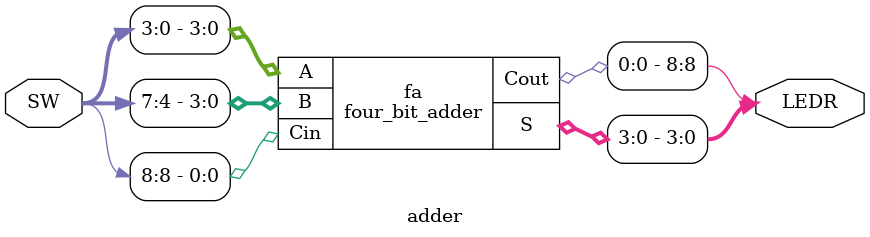
<source format=v>

module full_adder(Cout, Sout, A, B, Cin);
    input A, B, Cin;
    output Cout, Sout;
    assign Cout = (A & B) | (A & Cin) | (B & Cin);
    assign Sout = A ^ B ^ Cin;
endmodule

module four_bit_adder(Cout, S, A, B, Cin);
    input [3:0] A;
    input [3:0] B;
    input Cin;
    
    output [3:0] S;
    output Cout;

    wire [3:0] Ci;

    full_adder fa1(
        .Cout(Ci[0]),
        .Sout(S[0]),
        .A(A[0]), 
        .B(B[0]),
        .Cin(Cin)
    );
    
    full_adder fa2(
        .Cout(Ci[1]),
        .Sout(S[1]),
        .A(A[1]), 
        .B(B[1]),
        .Cin(Ci[0])
    );
    

    full_adder fa3(
        .Cout(Ci[2]),
        .Sout(S[2]),
        .A(A[2]), 
        .B(B[2]),
        .Cin(Ci[1])
    );
    

    full_adder fa4(
        .Cout(Cout),
        .Sout(S[3]),
        .A(A[3]), 
        .B(B[3]),
        .Cin(Ci[2])
    );
    

endmodule


module adder(SW, LEDR);
    input [9:0] SW;
    output [9:0] LEDR;

    four_bit_adder fa(
        .Cout(LEDR[8]),
        .S(LEDR[3:0]),
        .A(SW[3:0]),
        .B(SW[7:4]),
        .Cin(SW[8])
    );
endmodule
</source>
